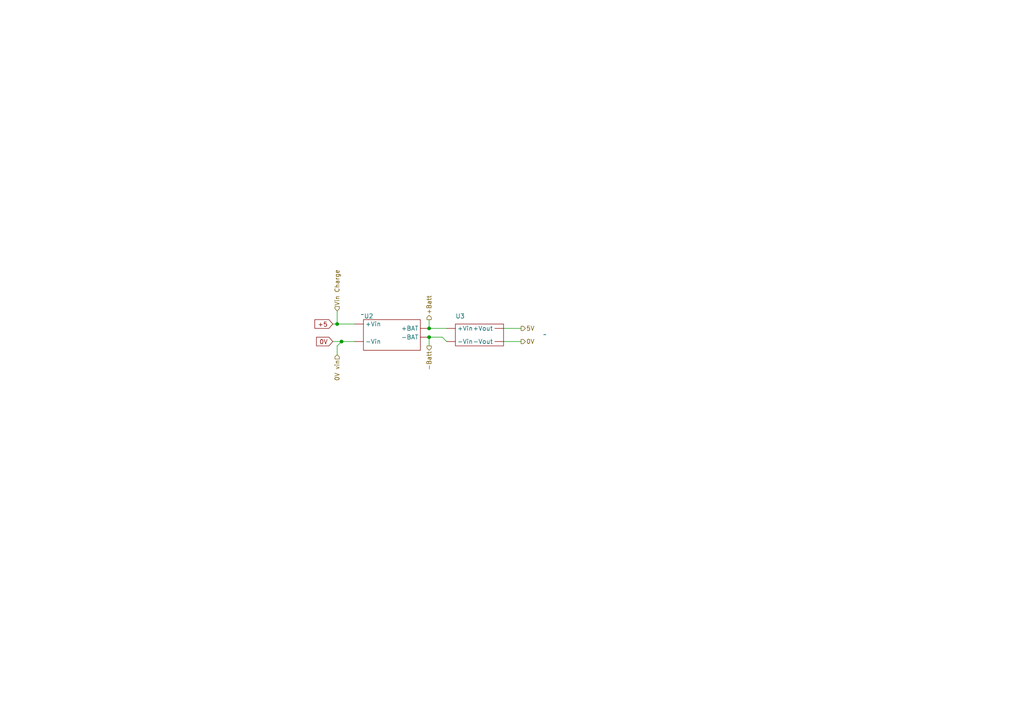
<source format=kicad_sch>
(kicad_sch (version 20231120) (generator "eeschema") (generator_version "8.0")
  (paper "A4")
  (lib_symbols
    (symbol "ICs I have:18650_Charging_Module"
      (property "Reference" "U2" (at 1.524 1.016 0))
      (property "Value" "~" (at -0.254 1.524 0))
      (symbol "18650_Charging_Module_0_1"
        (rectangle (start 0 0) (end 16.51 -8.89))
      )
      (symbol "18650_Charging_Module_1_0"
        (pin output line (at 10.16 -8.89 270) (length 2.54) hide (name "+Vout") (number ""))
        (pin output line (at 7.62 -8.89 270) (length 2.54) hide (name "-Vout") (number ""))
      )
      (symbol "18650_Charging_Module_1_1"
        (pin output line (at 19.05 -2.54 180) (length 2.54) (name "+BAT") (number ""))
        (pin input line (at -2.54 -1.27 0) (length 2.54) (name "+Vin") (number ""))
        (pin output line (at 19.05 -5.08 180) (length 2.54) (name "-BAT") (number ""))
        (pin input line (at -2.54 -6.35 0) (length 2.54) (name "-Vin") (number ""))
      )
    )
    (symbol "ICs I have:DC_to_DC_upconverter"
      (property "Reference" "U3" (at 25.4 -2.4101 0))
      (property "Value" "~" (at 25.4 -4.3152 0))
      (symbol "DC_to_DC_upconverter_0_1"
        (rectangle (start 0 -1.27) (end 13.97 -7.62))
      )
      (symbol "DC_to_DC_upconverter_1_1"
        (text private "DC to DC up Converter\n" (at 12.446 0.508 0) (effects (font (size 1.27 1.27))))
        (pin input line (at -2.54 -2.54 0) (length 2.54) (name "+Vin") (number ""))
        (pin output line (at 13.97 -2.54 180) (length 2.54) (name "+Vout") (number ""))
        (pin input line (at -2.54 -6.35 0) (length 2.54) (name "-Vin") (number ""))
        (pin output line (at 13.97 -6.35 180) (length 2.54) (name "-Vout") (number ""))
      )
    )
  )
  (junction (at 97.79 93.98))
  (junction (at 124.46 97.79))
  (junction (at 99.06 99.06))
  (junction (at 124.46 95.25))
  (wire (pts (xy 146.05 95.25) (xy 151.13 95.25)))
  (wire (pts (xy 97.79 102.87) (xy 97.79 100.33)))
  (wire (pts (xy 146.05 99.06) (xy 151.13 99.06)))
  (wire (pts (xy 124.46 97.79) (xy 124.46 100.33)))
  (wire (pts (xy 97.79 100.33) (xy 99.06 99.06)))
  (wire (pts (xy 97.79 93.98) (xy 102.87 93.98)))
  (wire (pts (xy 124.46 95.25) (xy 129.54 95.25)))
  (wire (pts (xy 99.06 99.06) (xy 102.87 99.06)))
  (wire (pts (xy 96.52 99.06) (xy 99.06 99.06)))
  (wire (pts (xy 128.27 97.79) (xy 129.54 99.06)))
  (wire (pts (xy 124.46 97.79) (xy 128.27 97.79)))
  (wire (pts (xy 124.46 92.71) (xy 124.46 95.25)))
  (wire (pts (xy 96.52 93.98) (xy 97.79 93.98)))
  (wire (pts (xy 97.79 90.17) (xy 97.79 93.98)))
  (global_label "0V" (shape input) (at 96.52 99.06 180) (property "Intersheetrefs" "${INTERSHEET_REFS}" (effects (hide yes))))
  (global_label "+5" (shape input) (at 96.52 93.98 180) (property "Intersheetrefs" "${INTERSHEET_REFS}" (effects (hide yes))))
  (hierarchical_label "0V vin" (shape input) (at 97.79 102.87 270))
  (hierarchical_label "+Batt" (shape output) (at 124.46 92.71 90))
  (hierarchical_label "-Batt" (shape output) (at 124.46 100.33 270))
  (hierarchical_label "5V" (shape output) (at 151.13 95.25 0))
  (hierarchical_label "0V" (shape output) (at 151.13 99.06 0))
  (hierarchical_label "Vin Charge" (shape input) (at 97.79 90.17 90))
  (symbol (lib_id "ICs I have:DC_to_DC_upconverter") (at 132.08 92.71 0) (unit 1)
    (property "Reference" "U3" (at 132.08 91.694 0) (effects (justify left)))
    (property "Value" "~" (at 157.48 97.0252 0) (effects (justify left)))
  )
  (symbol (lib_id "ICs I have:18650_Charging_Module") (at 105.41 92.71 0) (unit 1)
    (property "Reference" "U2" (at 106.934 91.694 0))
    (property "Value" "~" (at 105.156 91.186 0))
  )
)
</source>
